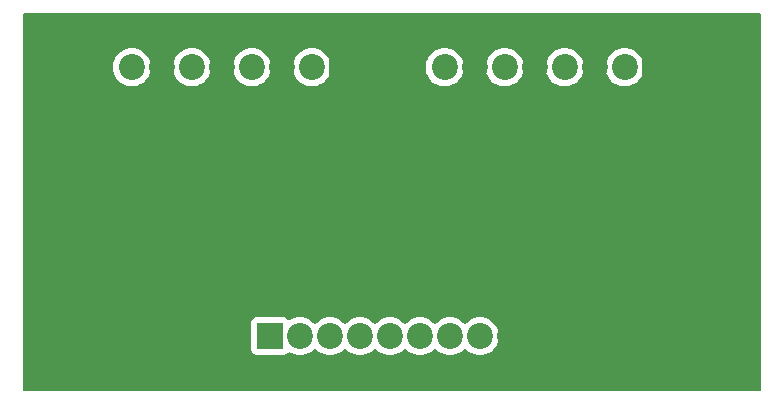
<source format=gbl>
G04 #@! TF.GenerationSoftware,KiCad,Pcbnew,(6.0.7)*
G04 #@! TF.CreationDate,2023-06-29T10:47:44-07:00*
G04 #@! TF.ProjectId,Solenoid Board Ground Systems,536f6c65-6e6f-4696-9420-426f61726420,rev?*
G04 #@! TF.SameCoordinates,Original*
G04 #@! TF.FileFunction,Copper,L2,Bot*
G04 #@! TF.FilePolarity,Positive*
%FSLAX46Y46*%
G04 Gerber Fmt 4.6, Leading zero omitted, Abs format (unit mm)*
G04 Created by KiCad (PCBNEW (6.0.7)) date 2023-06-29 10:47:44*
%MOMM*%
%LPD*%
G01*
G04 APERTURE LIST*
G04 #@! TA.AperFunction,ComponentPad*
%ADD10R,2.200000X2.200000*%
G04 #@! TD*
G04 #@! TA.AperFunction,ComponentPad*
%ADD11C,2.200000*%
G04 #@! TD*
G04 #@! TA.AperFunction,ConnectorPad*
%ADD12C,5.600000*%
G04 #@! TD*
G04 #@! TA.AperFunction,ComponentPad*
%ADD13C,3.600000*%
G04 #@! TD*
G04 #@! TA.AperFunction,ViaPad*
%ADD14C,0.700000*%
G04 #@! TD*
G04 APERTURE END LIST*
D10*
X46840000Y-53250000D03*
D11*
X49380000Y-53250000D03*
X51920000Y-53250000D03*
X54460000Y-53250000D03*
X57000000Y-53250000D03*
X59540000Y-53250000D03*
X62080000Y-53250000D03*
X64620000Y-53250000D03*
X67160000Y-53250000D03*
D12*
X85090000Y-29210000D03*
D13*
X85090000Y-29210000D03*
D12*
X29210000Y-29210000D03*
D13*
X29210000Y-29210000D03*
D10*
X79400400Y-30480000D03*
D11*
X76860400Y-30480000D03*
X74320400Y-30480000D03*
X71780400Y-30480000D03*
X69240400Y-30480000D03*
X66700400Y-30480000D03*
X64160400Y-30480000D03*
X61620400Y-30480000D03*
D12*
X29210000Y-54610000D03*
D13*
X29210000Y-54610000D03*
X85090000Y-54610000D03*
D12*
X85090000Y-54610000D03*
D10*
X52920000Y-30480000D03*
D11*
X50380000Y-30480000D03*
X47840000Y-30480000D03*
X45300000Y-30480000D03*
X42760000Y-30480000D03*
X40220000Y-30480000D03*
X37680000Y-30480000D03*
X35140000Y-30480000D03*
D14*
X50424500Y-38200000D03*
X64174500Y-38200000D03*
X40900000Y-41150000D03*
X74275000Y-38200000D03*
X75450000Y-41125000D03*
X52375000Y-41150000D03*
X46625000Y-41125000D03*
X35125000Y-41150000D03*
X63900000Y-41125000D03*
X58150000Y-41150000D03*
X69650000Y-41150000D03*
X40249500Y-38196419D03*
G04 #@! TA.AperFunction,Conductor*
G36*
X88333621Y-25928502D02*
G01*
X88380114Y-25982158D01*
X88391500Y-26034500D01*
X88391500Y-57785500D01*
X88371498Y-57853621D01*
X88317842Y-57900114D01*
X88265500Y-57911500D01*
X26034500Y-57911500D01*
X25966379Y-57891498D01*
X25919886Y-57837842D01*
X25908500Y-57785500D01*
X25908500Y-54398134D01*
X45231500Y-54398134D01*
X45238255Y-54460316D01*
X45289385Y-54596705D01*
X45376739Y-54713261D01*
X45493295Y-54800615D01*
X45629684Y-54851745D01*
X45691866Y-54858500D01*
X47988134Y-54858500D01*
X48050316Y-54851745D01*
X48186705Y-54800615D01*
X48303261Y-54713261D01*
X48355954Y-54642954D01*
X48412813Y-54600440D01*
X48483631Y-54595415D01*
X48522615Y-54611087D01*
X48647498Y-54687616D01*
X48652068Y-54689509D01*
X48652072Y-54689511D01*
X48722401Y-54718642D01*
X48881409Y-54784505D01*
X48948513Y-54800615D01*
X49122784Y-54842454D01*
X49122790Y-54842455D01*
X49127597Y-54843609D01*
X49380000Y-54863474D01*
X49632403Y-54843609D01*
X49637210Y-54842455D01*
X49637216Y-54842454D01*
X49811487Y-54800615D01*
X49878591Y-54784505D01*
X50037599Y-54718642D01*
X50107928Y-54689511D01*
X50107932Y-54689509D01*
X50112502Y-54687616D01*
X50328376Y-54555328D01*
X50520898Y-54390898D01*
X50524106Y-54387142D01*
X50524113Y-54387135D01*
X50554190Y-54351920D01*
X50613641Y-54313111D01*
X50684635Y-54312605D01*
X50745810Y-54351920D01*
X50775887Y-54387135D01*
X50775894Y-54387142D01*
X50779102Y-54390898D01*
X50971624Y-54555328D01*
X51187498Y-54687616D01*
X51192068Y-54689509D01*
X51192072Y-54689511D01*
X51262401Y-54718642D01*
X51421409Y-54784505D01*
X51488513Y-54800615D01*
X51662784Y-54842454D01*
X51662790Y-54842455D01*
X51667597Y-54843609D01*
X51920000Y-54863474D01*
X52172403Y-54843609D01*
X52177210Y-54842455D01*
X52177216Y-54842454D01*
X52351487Y-54800615D01*
X52418591Y-54784505D01*
X52577599Y-54718642D01*
X52647928Y-54689511D01*
X52647932Y-54689509D01*
X52652502Y-54687616D01*
X52868376Y-54555328D01*
X53060898Y-54390898D01*
X53064106Y-54387142D01*
X53064113Y-54387135D01*
X53094190Y-54351920D01*
X53153641Y-54313111D01*
X53224635Y-54312605D01*
X53285810Y-54351920D01*
X53315887Y-54387135D01*
X53315894Y-54387142D01*
X53319102Y-54390898D01*
X53511624Y-54555328D01*
X53727498Y-54687616D01*
X53732068Y-54689509D01*
X53732072Y-54689511D01*
X53802401Y-54718642D01*
X53961409Y-54784505D01*
X54028513Y-54800615D01*
X54202784Y-54842454D01*
X54202790Y-54842455D01*
X54207597Y-54843609D01*
X54460000Y-54863474D01*
X54712403Y-54843609D01*
X54717210Y-54842455D01*
X54717216Y-54842454D01*
X54891487Y-54800615D01*
X54958591Y-54784505D01*
X55117599Y-54718642D01*
X55187928Y-54689511D01*
X55187932Y-54689509D01*
X55192502Y-54687616D01*
X55408376Y-54555328D01*
X55600898Y-54390898D01*
X55604106Y-54387142D01*
X55604113Y-54387135D01*
X55634190Y-54351920D01*
X55693641Y-54313111D01*
X55764635Y-54312605D01*
X55825810Y-54351920D01*
X55855887Y-54387135D01*
X55855894Y-54387142D01*
X55859102Y-54390898D01*
X56051624Y-54555328D01*
X56267498Y-54687616D01*
X56272068Y-54689509D01*
X56272072Y-54689511D01*
X56342401Y-54718642D01*
X56501409Y-54784505D01*
X56568513Y-54800615D01*
X56742784Y-54842454D01*
X56742790Y-54842455D01*
X56747597Y-54843609D01*
X57000000Y-54863474D01*
X57252403Y-54843609D01*
X57257210Y-54842455D01*
X57257216Y-54842454D01*
X57431487Y-54800615D01*
X57498591Y-54784505D01*
X57657599Y-54718642D01*
X57727928Y-54689511D01*
X57727932Y-54689509D01*
X57732502Y-54687616D01*
X57948376Y-54555328D01*
X58140898Y-54390898D01*
X58144106Y-54387142D01*
X58144113Y-54387135D01*
X58174190Y-54351920D01*
X58233641Y-54313111D01*
X58304635Y-54312605D01*
X58365810Y-54351920D01*
X58395887Y-54387135D01*
X58395894Y-54387142D01*
X58399102Y-54390898D01*
X58591624Y-54555328D01*
X58807498Y-54687616D01*
X58812068Y-54689509D01*
X58812072Y-54689511D01*
X58882401Y-54718642D01*
X59041409Y-54784505D01*
X59108513Y-54800615D01*
X59282784Y-54842454D01*
X59282790Y-54842455D01*
X59287597Y-54843609D01*
X59540000Y-54863474D01*
X59792403Y-54843609D01*
X59797210Y-54842455D01*
X59797216Y-54842454D01*
X59971487Y-54800615D01*
X60038591Y-54784505D01*
X60197599Y-54718642D01*
X60267928Y-54689511D01*
X60267932Y-54689509D01*
X60272502Y-54687616D01*
X60488376Y-54555328D01*
X60680898Y-54390898D01*
X60684106Y-54387142D01*
X60684113Y-54387135D01*
X60714190Y-54351920D01*
X60773641Y-54313111D01*
X60844635Y-54312605D01*
X60905810Y-54351920D01*
X60935887Y-54387135D01*
X60935894Y-54387142D01*
X60939102Y-54390898D01*
X61131624Y-54555328D01*
X61347498Y-54687616D01*
X61352068Y-54689509D01*
X61352072Y-54689511D01*
X61422401Y-54718642D01*
X61581409Y-54784505D01*
X61648513Y-54800615D01*
X61822784Y-54842454D01*
X61822790Y-54842455D01*
X61827597Y-54843609D01*
X62080000Y-54863474D01*
X62332403Y-54843609D01*
X62337210Y-54842455D01*
X62337216Y-54842454D01*
X62511487Y-54800615D01*
X62578591Y-54784505D01*
X62737599Y-54718642D01*
X62807928Y-54689511D01*
X62807932Y-54689509D01*
X62812502Y-54687616D01*
X63028376Y-54555328D01*
X63220898Y-54390898D01*
X63224106Y-54387142D01*
X63224113Y-54387135D01*
X63254190Y-54351920D01*
X63313641Y-54313111D01*
X63384635Y-54312605D01*
X63445810Y-54351920D01*
X63475887Y-54387135D01*
X63475894Y-54387142D01*
X63479102Y-54390898D01*
X63671624Y-54555328D01*
X63887498Y-54687616D01*
X63892068Y-54689509D01*
X63892072Y-54689511D01*
X63962401Y-54718642D01*
X64121409Y-54784505D01*
X64188513Y-54800615D01*
X64362784Y-54842454D01*
X64362790Y-54842455D01*
X64367597Y-54843609D01*
X64620000Y-54863474D01*
X64872403Y-54843609D01*
X64877210Y-54842455D01*
X64877216Y-54842454D01*
X65051487Y-54800615D01*
X65118591Y-54784505D01*
X65277599Y-54718642D01*
X65347928Y-54689511D01*
X65347932Y-54689509D01*
X65352502Y-54687616D01*
X65568376Y-54555328D01*
X65760898Y-54390898D01*
X65925328Y-54198376D01*
X66057616Y-53982502D01*
X66154505Y-53748591D01*
X66213609Y-53502403D01*
X66233474Y-53250000D01*
X66213609Y-52997597D01*
X66154505Y-52751409D01*
X66057616Y-52517498D01*
X65925328Y-52301624D01*
X65760898Y-52109102D01*
X65568376Y-51944672D01*
X65352502Y-51812384D01*
X65347932Y-51810491D01*
X65347928Y-51810489D01*
X65123164Y-51717389D01*
X65123162Y-51717388D01*
X65118591Y-51715495D01*
X65033968Y-51695179D01*
X64877216Y-51657546D01*
X64877210Y-51657545D01*
X64872403Y-51656391D01*
X64620000Y-51636526D01*
X64367597Y-51656391D01*
X64362790Y-51657545D01*
X64362784Y-51657546D01*
X64206032Y-51695179D01*
X64121409Y-51715495D01*
X64116838Y-51717388D01*
X64116836Y-51717389D01*
X63892072Y-51810489D01*
X63892068Y-51810491D01*
X63887498Y-51812384D01*
X63671624Y-51944672D01*
X63479102Y-52109102D01*
X63475894Y-52112858D01*
X63475887Y-52112865D01*
X63445810Y-52148080D01*
X63386359Y-52186889D01*
X63315365Y-52187395D01*
X63254190Y-52148080D01*
X63224113Y-52112865D01*
X63224106Y-52112858D01*
X63220898Y-52109102D01*
X63028376Y-51944672D01*
X62812502Y-51812384D01*
X62807932Y-51810491D01*
X62807928Y-51810489D01*
X62583164Y-51717389D01*
X62583162Y-51717388D01*
X62578591Y-51715495D01*
X62493968Y-51695179D01*
X62337216Y-51657546D01*
X62337210Y-51657545D01*
X62332403Y-51656391D01*
X62080000Y-51636526D01*
X61827597Y-51656391D01*
X61822790Y-51657545D01*
X61822784Y-51657546D01*
X61666032Y-51695179D01*
X61581409Y-51715495D01*
X61576838Y-51717388D01*
X61576836Y-51717389D01*
X61352072Y-51810489D01*
X61352068Y-51810491D01*
X61347498Y-51812384D01*
X61131624Y-51944672D01*
X60939102Y-52109102D01*
X60935894Y-52112858D01*
X60935887Y-52112865D01*
X60905810Y-52148080D01*
X60846359Y-52186889D01*
X60775365Y-52187395D01*
X60714190Y-52148080D01*
X60684113Y-52112865D01*
X60684106Y-52112858D01*
X60680898Y-52109102D01*
X60488376Y-51944672D01*
X60272502Y-51812384D01*
X60267932Y-51810491D01*
X60267928Y-51810489D01*
X60043164Y-51717389D01*
X60043162Y-51717388D01*
X60038591Y-51715495D01*
X59953968Y-51695179D01*
X59797216Y-51657546D01*
X59797210Y-51657545D01*
X59792403Y-51656391D01*
X59540000Y-51636526D01*
X59287597Y-51656391D01*
X59282790Y-51657545D01*
X59282784Y-51657546D01*
X59126032Y-51695179D01*
X59041409Y-51715495D01*
X59036838Y-51717388D01*
X59036836Y-51717389D01*
X58812072Y-51810489D01*
X58812068Y-51810491D01*
X58807498Y-51812384D01*
X58591624Y-51944672D01*
X58399102Y-52109102D01*
X58395894Y-52112858D01*
X58395887Y-52112865D01*
X58365810Y-52148080D01*
X58306359Y-52186889D01*
X58235365Y-52187395D01*
X58174190Y-52148080D01*
X58144113Y-52112865D01*
X58144106Y-52112858D01*
X58140898Y-52109102D01*
X57948376Y-51944672D01*
X57732502Y-51812384D01*
X57727932Y-51810491D01*
X57727928Y-51810489D01*
X57503164Y-51717389D01*
X57503162Y-51717388D01*
X57498591Y-51715495D01*
X57413968Y-51695179D01*
X57257216Y-51657546D01*
X57257210Y-51657545D01*
X57252403Y-51656391D01*
X57000000Y-51636526D01*
X56747597Y-51656391D01*
X56742790Y-51657545D01*
X56742784Y-51657546D01*
X56586032Y-51695179D01*
X56501409Y-51715495D01*
X56496838Y-51717388D01*
X56496836Y-51717389D01*
X56272072Y-51810489D01*
X56272068Y-51810491D01*
X56267498Y-51812384D01*
X56051624Y-51944672D01*
X55859102Y-52109102D01*
X55855894Y-52112858D01*
X55855887Y-52112865D01*
X55825810Y-52148080D01*
X55766359Y-52186889D01*
X55695365Y-52187395D01*
X55634190Y-52148080D01*
X55604113Y-52112865D01*
X55604106Y-52112858D01*
X55600898Y-52109102D01*
X55408376Y-51944672D01*
X55192502Y-51812384D01*
X55187932Y-51810491D01*
X55187928Y-51810489D01*
X54963164Y-51717389D01*
X54963162Y-51717388D01*
X54958591Y-51715495D01*
X54873968Y-51695179D01*
X54717216Y-51657546D01*
X54717210Y-51657545D01*
X54712403Y-51656391D01*
X54460000Y-51636526D01*
X54207597Y-51656391D01*
X54202790Y-51657545D01*
X54202784Y-51657546D01*
X54046032Y-51695179D01*
X53961409Y-51715495D01*
X53956838Y-51717388D01*
X53956836Y-51717389D01*
X53732072Y-51810489D01*
X53732068Y-51810491D01*
X53727498Y-51812384D01*
X53511624Y-51944672D01*
X53319102Y-52109102D01*
X53315894Y-52112858D01*
X53315887Y-52112865D01*
X53285810Y-52148080D01*
X53226359Y-52186889D01*
X53155365Y-52187395D01*
X53094190Y-52148080D01*
X53064113Y-52112865D01*
X53064106Y-52112858D01*
X53060898Y-52109102D01*
X52868376Y-51944672D01*
X52652502Y-51812384D01*
X52647932Y-51810491D01*
X52647928Y-51810489D01*
X52423164Y-51717389D01*
X52423162Y-51717388D01*
X52418591Y-51715495D01*
X52333968Y-51695179D01*
X52177216Y-51657546D01*
X52177210Y-51657545D01*
X52172403Y-51656391D01*
X51920000Y-51636526D01*
X51667597Y-51656391D01*
X51662790Y-51657545D01*
X51662784Y-51657546D01*
X51506032Y-51695179D01*
X51421409Y-51715495D01*
X51416838Y-51717388D01*
X51416836Y-51717389D01*
X51192072Y-51810489D01*
X51192068Y-51810491D01*
X51187498Y-51812384D01*
X50971624Y-51944672D01*
X50779102Y-52109102D01*
X50775894Y-52112858D01*
X50775887Y-52112865D01*
X50745810Y-52148080D01*
X50686359Y-52186889D01*
X50615365Y-52187395D01*
X50554190Y-52148080D01*
X50524113Y-52112865D01*
X50524106Y-52112858D01*
X50520898Y-52109102D01*
X50328376Y-51944672D01*
X50112502Y-51812384D01*
X50107932Y-51810491D01*
X50107928Y-51810489D01*
X49883164Y-51717389D01*
X49883162Y-51717388D01*
X49878591Y-51715495D01*
X49793968Y-51695179D01*
X49637216Y-51657546D01*
X49637210Y-51657545D01*
X49632403Y-51656391D01*
X49380000Y-51636526D01*
X49127597Y-51656391D01*
X49122790Y-51657545D01*
X49122784Y-51657546D01*
X48966032Y-51695179D01*
X48881409Y-51715495D01*
X48876838Y-51717388D01*
X48876836Y-51717389D01*
X48652072Y-51810489D01*
X48652068Y-51810491D01*
X48647498Y-51812384D01*
X48643278Y-51814970D01*
X48522614Y-51888913D01*
X48454080Y-51907451D01*
X48386404Y-51885995D01*
X48355953Y-51857046D01*
X48303261Y-51786739D01*
X48186705Y-51699385D01*
X48050316Y-51648255D01*
X47988134Y-51641500D01*
X45691866Y-51641500D01*
X45629684Y-51648255D01*
X45493295Y-51699385D01*
X45376739Y-51786739D01*
X45289385Y-51903295D01*
X45238255Y-52039684D01*
X45231500Y-52101866D01*
X45231500Y-54398134D01*
X25908500Y-54398134D01*
X25908500Y-30480000D01*
X33526526Y-30480000D01*
X33546391Y-30732403D01*
X33605495Y-30978591D01*
X33702384Y-31212502D01*
X33834672Y-31428376D01*
X33999102Y-31620898D01*
X34191624Y-31785328D01*
X34407498Y-31917616D01*
X34412068Y-31919509D01*
X34412072Y-31919511D01*
X34636836Y-32012611D01*
X34641409Y-32014505D01*
X34726032Y-32034821D01*
X34882784Y-32072454D01*
X34882790Y-32072455D01*
X34887597Y-32073609D01*
X35140000Y-32093474D01*
X35392403Y-32073609D01*
X35397210Y-32072455D01*
X35397216Y-32072454D01*
X35553968Y-32034821D01*
X35638591Y-32014505D01*
X35643164Y-32012611D01*
X35867928Y-31919511D01*
X35867932Y-31919509D01*
X35872502Y-31917616D01*
X36088376Y-31785328D01*
X36280898Y-31620898D01*
X36445328Y-31428376D01*
X36577616Y-31212502D01*
X36674505Y-30978591D01*
X36733609Y-30732403D01*
X36753474Y-30480000D01*
X38606526Y-30480000D01*
X38626391Y-30732403D01*
X38685495Y-30978591D01*
X38782384Y-31212502D01*
X38914672Y-31428376D01*
X39079102Y-31620898D01*
X39271624Y-31785328D01*
X39487498Y-31917616D01*
X39492068Y-31919509D01*
X39492072Y-31919511D01*
X39716836Y-32012611D01*
X39721409Y-32014505D01*
X39806032Y-32034821D01*
X39962784Y-32072454D01*
X39962790Y-32072455D01*
X39967597Y-32073609D01*
X40220000Y-32093474D01*
X40472403Y-32073609D01*
X40477210Y-32072455D01*
X40477216Y-32072454D01*
X40633968Y-32034821D01*
X40718591Y-32014505D01*
X40723164Y-32012611D01*
X40947928Y-31919511D01*
X40947932Y-31919509D01*
X40952502Y-31917616D01*
X41168376Y-31785328D01*
X41360898Y-31620898D01*
X41525328Y-31428376D01*
X41657616Y-31212502D01*
X41754505Y-30978591D01*
X41813609Y-30732403D01*
X41833474Y-30480000D01*
X43686526Y-30480000D01*
X43706391Y-30732403D01*
X43765495Y-30978591D01*
X43862384Y-31212502D01*
X43994672Y-31428376D01*
X44159102Y-31620898D01*
X44351624Y-31785328D01*
X44567498Y-31917616D01*
X44572068Y-31919509D01*
X44572072Y-31919511D01*
X44796836Y-32012611D01*
X44801409Y-32014505D01*
X44886032Y-32034821D01*
X45042784Y-32072454D01*
X45042790Y-32072455D01*
X45047597Y-32073609D01*
X45300000Y-32093474D01*
X45552403Y-32073609D01*
X45557210Y-32072455D01*
X45557216Y-32072454D01*
X45713968Y-32034821D01*
X45798591Y-32014505D01*
X45803164Y-32012611D01*
X46027928Y-31919511D01*
X46027932Y-31919509D01*
X46032502Y-31917616D01*
X46248376Y-31785328D01*
X46440898Y-31620898D01*
X46605328Y-31428376D01*
X46737616Y-31212502D01*
X46834505Y-30978591D01*
X46893609Y-30732403D01*
X46913474Y-30480000D01*
X48766526Y-30480000D01*
X48786391Y-30732403D01*
X48845495Y-30978591D01*
X48942384Y-31212502D01*
X49074672Y-31428376D01*
X49239102Y-31620898D01*
X49431624Y-31785328D01*
X49647498Y-31917616D01*
X49652068Y-31919509D01*
X49652072Y-31919511D01*
X49876836Y-32012611D01*
X49881409Y-32014505D01*
X49966032Y-32034821D01*
X50122784Y-32072454D01*
X50122790Y-32072455D01*
X50127597Y-32073609D01*
X50380000Y-32093474D01*
X50632403Y-32073609D01*
X50637210Y-32072455D01*
X50637216Y-32072454D01*
X50793968Y-32034821D01*
X50878591Y-32014505D01*
X50883164Y-32012611D01*
X51107928Y-31919511D01*
X51107932Y-31919509D01*
X51112502Y-31917616D01*
X51328376Y-31785328D01*
X51520898Y-31620898D01*
X51685328Y-31428376D01*
X51817616Y-31212502D01*
X51914505Y-30978591D01*
X51973609Y-30732403D01*
X51993474Y-30480000D01*
X60006926Y-30480000D01*
X60026791Y-30732403D01*
X60085895Y-30978591D01*
X60182784Y-31212502D01*
X60315072Y-31428376D01*
X60479502Y-31620898D01*
X60672024Y-31785328D01*
X60887898Y-31917616D01*
X60892468Y-31919509D01*
X60892472Y-31919511D01*
X61117236Y-32012611D01*
X61121809Y-32014505D01*
X61206432Y-32034821D01*
X61363184Y-32072454D01*
X61363190Y-32072455D01*
X61367997Y-32073609D01*
X61620400Y-32093474D01*
X61872803Y-32073609D01*
X61877610Y-32072455D01*
X61877616Y-32072454D01*
X62034368Y-32034821D01*
X62118991Y-32014505D01*
X62123564Y-32012611D01*
X62348328Y-31919511D01*
X62348332Y-31919509D01*
X62352902Y-31917616D01*
X62568776Y-31785328D01*
X62761298Y-31620898D01*
X62925728Y-31428376D01*
X63058016Y-31212502D01*
X63154905Y-30978591D01*
X63214009Y-30732403D01*
X63233874Y-30480000D01*
X65086926Y-30480000D01*
X65106791Y-30732403D01*
X65165895Y-30978591D01*
X65262784Y-31212502D01*
X65395072Y-31428376D01*
X65559502Y-31620898D01*
X65752024Y-31785328D01*
X65967898Y-31917616D01*
X65972468Y-31919509D01*
X65972472Y-31919511D01*
X66197236Y-32012611D01*
X66201809Y-32014505D01*
X66286432Y-32034821D01*
X66443184Y-32072454D01*
X66443190Y-32072455D01*
X66447997Y-32073609D01*
X66700400Y-32093474D01*
X66952803Y-32073609D01*
X66957610Y-32072455D01*
X66957616Y-32072454D01*
X67114368Y-32034821D01*
X67198991Y-32014505D01*
X67203564Y-32012611D01*
X67428328Y-31919511D01*
X67428332Y-31919509D01*
X67432902Y-31917616D01*
X67648776Y-31785328D01*
X67841298Y-31620898D01*
X68005728Y-31428376D01*
X68138016Y-31212502D01*
X68234905Y-30978591D01*
X68294009Y-30732403D01*
X68313874Y-30480000D01*
X70166926Y-30480000D01*
X70186791Y-30732403D01*
X70245895Y-30978591D01*
X70342784Y-31212502D01*
X70475072Y-31428376D01*
X70639502Y-31620898D01*
X70832024Y-31785328D01*
X71047898Y-31917616D01*
X71052468Y-31919509D01*
X71052472Y-31919511D01*
X71277236Y-32012611D01*
X71281809Y-32014505D01*
X71366432Y-32034821D01*
X71523184Y-32072454D01*
X71523190Y-32072455D01*
X71527997Y-32073609D01*
X71780400Y-32093474D01*
X72032803Y-32073609D01*
X72037610Y-32072455D01*
X72037616Y-32072454D01*
X72194368Y-32034821D01*
X72278991Y-32014505D01*
X72283564Y-32012611D01*
X72508328Y-31919511D01*
X72508332Y-31919509D01*
X72512902Y-31917616D01*
X72728776Y-31785328D01*
X72921298Y-31620898D01*
X73085728Y-31428376D01*
X73218016Y-31212502D01*
X73314905Y-30978591D01*
X73374009Y-30732403D01*
X73393874Y-30480000D01*
X75246926Y-30480000D01*
X75266791Y-30732403D01*
X75325895Y-30978591D01*
X75422784Y-31212502D01*
X75555072Y-31428376D01*
X75719502Y-31620898D01*
X75912024Y-31785328D01*
X76127898Y-31917616D01*
X76132468Y-31919509D01*
X76132472Y-31919511D01*
X76357236Y-32012611D01*
X76361809Y-32014505D01*
X76446432Y-32034821D01*
X76603184Y-32072454D01*
X76603190Y-32072455D01*
X76607997Y-32073609D01*
X76860400Y-32093474D01*
X77112803Y-32073609D01*
X77117610Y-32072455D01*
X77117616Y-32072454D01*
X77274368Y-32034821D01*
X77358991Y-32014505D01*
X77363564Y-32012611D01*
X77588328Y-31919511D01*
X77588332Y-31919509D01*
X77592902Y-31917616D01*
X77808776Y-31785328D01*
X78001298Y-31620898D01*
X78165728Y-31428376D01*
X78298016Y-31212502D01*
X78394905Y-30978591D01*
X78454009Y-30732403D01*
X78473874Y-30480000D01*
X78454009Y-30227597D01*
X78394905Y-29981409D01*
X78298016Y-29747498D01*
X78165728Y-29531624D01*
X78001298Y-29339102D01*
X77808776Y-29174672D01*
X77592902Y-29042384D01*
X77588332Y-29040491D01*
X77588328Y-29040489D01*
X77363564Y-28947389D01*
X77363562Y-28947388D01*
X77358991Y-28945495D01*
X77274368Y-28925179D01*
X77117616Y-28887546D01*
X77117610Y-28887545D01*
X77112803Y-28886391D01*
X76860400Y-28866526D01*
X76607997Y-28886391D01*
X76603190Y-28887545D01*
X76603184Y-28887546D01*
X76446432Y-28925179D01*
X76361809Y-28945495D01*
X76357238Y-28947388D01*
X76357236Y-28947389D01*
X76132472Y-29040489D01*
X76132468Y-29040491D01*
X76127898Y-29042384D01*
X75912024Y-29174672D01*
X75719502Y-29339102D01*
X75555072Y-29531624D01*
X75422784Y-29747498D01*
X75325895Y-29981409D01*
X75266791Y-30227597D01*
X75246926Y-30480000D01*
X73393874Y-30480000D01*
X73374009Y-30227597D01*
X73314905Y-29981409D01*
X73218016Y-29747498D01*
X73085728Y-29531624D01*
X72921298Y-29339102D01*
X72728776Y-29174672D01*
X72512902Y-29042384D01*
X72508332Y-29040491D01*
X72508328Y-29040489D01*
X72283564Y-28947389D01*
X72283562Y-28947388D01*
X72278991Y-28945495D01*
X72194368Y-28925179D01*
X72037616Y-28887546D01*
X72037610Y-28887545D01*
X72032803Y-28886391D01*
X71780400Y-28866526D01*
X71527997Y-28886391D01*
X71523190Y-28887545D01*
X71523184Y-28887546D01*
X71366432Y-28925179D01*
X71281809Y-28945495D01*
X71277238Y-28947388D01*
X71277236Y-28947389D01*
X71052472Y-29040489D01*
X71052468Y-29040491D01*
X71047898Y-29042384D01*
X70832024Y-29174672D01*
X70639502Y-29339102D01*
X70475072Y-29531624D01*
X70342784Y-29747498D01*
X70245895Y-29981409D01*
X70186791Y-30227597D01*
X70166926Y-30480000D01*
X68313874Y-30480000D01*
X68294009Y-30227597D01*
X68234905Y-29981409D01*
X68138016Y-29747498D01*
X68005728Y-29531624D01*
X67841298Y-29339102D01*
X67648776Y-29174672D01*
X67432902Y-29042384D01*
X67428332Y-29040491D01*
X67428328Y-29040489D01*
X67203564Y-28947389D01*
X67203562Y-28947388D01*
X67198991Y-28945495D01*
X67114368Y-28925179D01*
X66957616Y-28887546D01*
X66957610Y-28887545D01*
X66952803Y-28886391D01*
X66700400Y-28866526D01*
X66447997Y-28886391D01*
X66443190Y-28887545D01*
X66443184Y-28887546D01*
X66286432Y-28925179D01*
X66201809Y-28945495D01*
X66197238Y-28947388D01*
X66197236Y-28947389D01*
X65972472Y-29040489D01*
X65972468Y-29040491D01*
X65967898Y-29042384D01*
X65752024Y-29174672D01*
X65559502Y-29339102D01*
X65395072Y-29531624D01*
X65262784Y-29747498D01*
X65165895Y-29981409D01*
X65106791Y-30227597D01*
X65086926Y-30480000D01*
X63233874Y-30480000D01*
X63214009Y-30227597D01*
X63154905Y-29981409D01*
X63058016Y-29747498D01*
X62925728Y-29531624D01*
X62761298Y-29339102D01*
X62568776Y-29174672D01*
X62352902Y-29042384D01*
X62348332Y-29040491D01*
X62348328Y-29040489D01*
X62123564Y-28947389D01*
X62123562Y-28947388D01*
X62118991Y-28945495D01*
X62034368Y-28925179D01*
X61877616Y-28887546D01*
X61877610Y-28887545D01*
X61872803Y-28886391D01*
X61620400Y-28866526D01*
X61367997Y-28886391D01*
X61363190Y-28887545D01*
X61363184Y-28887546D01*
X61206432Y-28925179D01*
X61121809Y-28945495D01*
X61117238Y-28947388D01*
X61117236Y-28947389D01*
X60892472Y-29040489D01*
X60892468Y-29040491D01*
X60887898Y-29042384D01*
X60672024Y-29174672D01*
X60479502Y-29339102D01*
X60315072Y-29531624D01*
X60182784Y-29747498D01*
X60085895Y-29981409D01*
X60026791Y-30227597D01*
X60006926Y-30480000D01*
X51993474Y-30480000D01*
X51973609Y-30227597D01*
X51914505Y-29981409D01*
X51817616Y-29747498D01*
X51685328Y-29531624D01*
X51520898Y-29339102D01*
X51328376Y-29174672D01*
X51112502Y-29042384D01*
X51107932Y-29040491D01*
X51107928Y-29040489D01*
X50883164Y-28947389D01*
X50883162Y-28947388D01*
X50878591Y-28945495D01*
X50793968Y-28925179D01*
X50637216Y-28887546D01*
X50637210Y-28887545D01*
X50632403Y-28886391D01*
X50380000Y-28866526D01*
X50127597Y-28886391D01*
X50122790Y-28887545D01*
X50122784Y-28887546D01*
X49966032Y-28925179D01*
X49881409Y-28945495D01*
X49876838Y-28947388D01*
X49876836Y-28947389D01*
X49652072Y-29040489D01*
X49652068Y-29040491D01*
X49647498Y-29042384D01*
X49431624Y-29174672D01*
X49239102Y-29339102D01*
X49074672Y-29531624D01*
X48942384Y-29747498D01*
X48845495Y-29981409D01*
X48786391Y-30227597D01*
X48766526Y-30480000D01*
X46913474Y-30480000D01*
X46893609Y-30227597D01*
X46834505Y-29981409D01*
X46737616Y-29747498D01*
X46605328Y-29531624D01*
X46440898Y-29339102D01*
X46248376Y-29174672D01*
X46032502Y-29042384D01*
X46027932Y-29040491D01*
X46027928Y-29040489D01*
X45803164Y-28947389D01*
X45803162Y-28947388D01*
X45798591Y-28945495D01*
X45713968Y-28925179D01*
X45557216Y-28887546D01*
X45557210Y-28887545D01*
X45552403Y-28886391D01*
X45300000Y-28866526D01*
X45047597Y-28886391D01*
X45042790Y-28887545D01*
X45042784Y-28887546D01*
X44886032Y-28925179D01*
X44801409Y-28945495D01*
X44796838Y-28947388D01*
X44796836Y-28947389D01*
X44572072Y-29040489D01*
X44572068Y-29040491D01*
X44567498Y-29042384D01*
X44351624Y-29174672D01*
X44159102Y-29339102D01*
X43994672Y-29531624D01*
X43862384Y-29747498D01*
X43765495Y-29981409D01*
X43706391Y-30227597D01*
X43686526Y-30480000D01*
X41833474Y-30480000D01*
X41813609Y-30227597D01*
X41754505Y-29981409D01*
X41657616Y-29747498D01*
X41525328Y-29531624D01*
X41360898Y-29339102D01*
X41168376Y-29174672D01*
X40952502Y-29042384D01*
X40947932Y-29040491D01*
X40947928Y-29040489D01*
X40723164Y-28947389D01*
X40723162Y-28947388D01*
X40718591Y-28945495D01*
X40633968Y-28925179D01*
X40477216Y-28887546D01*
X40477210Y-28887545D01*
X40472403Y-28886391D01*
X40220000Y-28866526D01*
X39967597Y-28886391D01*
X39962790Y-28887545D01*
X39962784Y-28887546D01*
X39806032Y-28925179D01*
X39721409Y-28945495D01*
X39716838Y-28947388D01*
X39716836Y-28947389D01*
X39492072Y-29040489D01*
X39492068Y-29040491D01*
X39487498Y-29042384D01*
X39271624Y-29174672D01*
X39079102Y-29339102D01*
X38914672Y-29531624D01*
X38782384Y-29747498D01*
X38685495Y-29981409D01*
X38626391Y-30227597D01*
X38606526Y-30480000D01*
X36753474Y-30480000D01*
X36733609Y-30227597D01*
X36674505Y-29981409D01*
X36577616Y-29747498D01*
X36445328Y-29531624D01*
X36280898Y-29339102D01*
X36088376Y-29174672D01*
X35872502Y-29042384D01*
X35867932Y-29040491D01*
X35867928Y-29040489D01*
X35643164Y-28947389D01*
X35643162Y-28947388D01*
X35638591Y-28945495D01*
X35553968Y-28925179D01*
X35397216Y-28887546D01*
X35397210Y-28887545D01*
X35392403Y-28886391D01*
X35140000Y-28866526D01*
X34887597Y-28886391D01*
X34882790Y-28887545D01*
X34882784Y-28887546D01*
X34726032Y-28925179D01*
X34641409Y-28945495D01*
X34636838Y-28947388D01*
X34636836Y-28947389D01*
X34412072Y-29040489D01*
X34412068Y-29040491D01*
X34407498Y-29042384D01*
X34191624Y-29174672D01*
X33999102Y-29339102D01*
X33834672Y-29531624D01*
X33702384Y-29747498D01*
X33605495Y-29981409D01*
X33546391Y-30227597D01*
X33526526Y-30480000D01*
X25908500Y-30480000D01*
X25908500Y-26034500D01*
X25928502Y-25966379D01*
X25982158Y-25919886D01*
X26034500Y-25908500D01*
X88265500Y-25908500D01*
X88333621Y-25928502D01*
G37*
G04 #@! TD.AperFunction*
M02*

</source>
